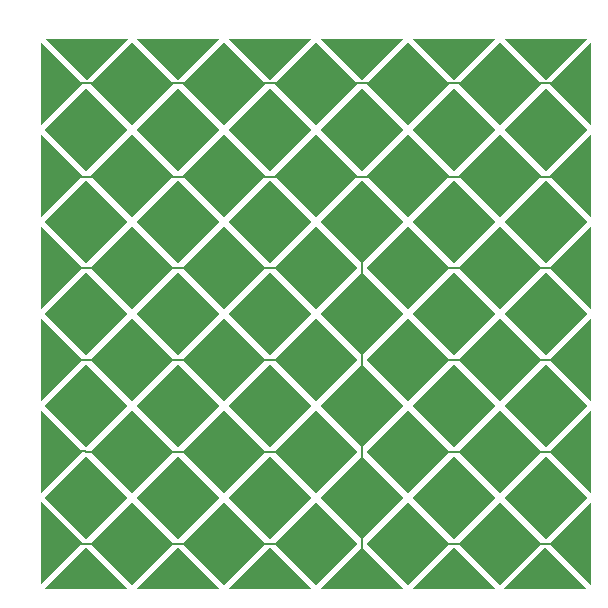
<source format=gbr>
%TF.GenerationSoftware,KiCad,Pcbnew,9.0.0*%
%TF.CreationDate,2025-03-14T15:54:35+08:00*%
%TF.ProjectId,xypad,78797061-642e-46b6-9963-61645f706362,rev?*%
%TF.SameCoordinates,Original*%
%TF.FileFunction,Copper,L1,Top*%
%TF.FilePolarity,Positive*%
%FSLAX46Y46*%
G04 Gerber Fmt 4.6, Leading zero omitted, Abs format (unit mm)*
G04 Created by KiCad (PCBNEW 9.0.0) date 2025-03-14 15:54:35*
%MOMM*%
%LPD*%
G01*
G04 APERTURE LIST*
G04 Aperture macros list*
%AMRotRect*
0 Rectangle, with rotation*
0 The origin of the aperture is its center*
0 $1 length*
0 $2 width*
0 $3 Rotation angle, in degrees counterclockwise*
0 Add horizontal line*
21,1,$1,$2,0,0,$3*%
%AMFreePoly0*
4,1,4,1.500000,-1.646447,-3.500000,-1.646447,1.500000,3.353553,1.500000,-1.646447,1.500000,-1.646447,$1*%
G04 Aperture macros list end*
%TA.AperFunction,SMDPad,CuDef*%
%ADD10FreePoly0,135.000000*%
%TD*%
%TA.AperFunction,SMDPad,CuDef*%
%ADD11RotRect,5.000000X5.000000X315.000000*%
%TD*%
%TA.AperFunction,SMDPad,CuDef*%
%ADD12FreePoly0,315.000000*%
%TD*%
%TA.AperFunction,SMDPad,CuDef*%
%ADD13RotRect,5.000000X5.000000X135.000000*%
%TD*%
%TA.AperFunction,SMDPad,CuDef*%
%ADD14FreePoly0,45.000000*%
%TD*%
%TA.AperFunction,SMDPad,CuDef*%
%ADD15FreePoly0,225.000000*%
%TD*%
%TA.AperFunction,ViaPad*%
%ADD16C,0.600000*%
%TD*%
%TA.AperFunction,Conductor*%
%ADD17C,0.127000*%
%TD*%
G04 APERTURE END LIST*
D10*
%TO.P,U2,1,1*%
%TO.N,/ELE0*%
X157301010Y-83180489D03*
D11*
X157404563Y-45600275D03*
X157404563Y-53378450D03*
X157404563Y-61156625D03*
X157404563Y-68934799D03*
X157404563Y-76712974D03*
D12*
X157508116Y-39132762D03*
D10*
%TO.P,U2,2,2*%
%TO.N,/ELE1*%
X165079184Y-83180489D03*
D11*
X165182738Y-45600275D03*
X165182738Y-61156625D03*
D13*
X165182738Y-76712974D03*
D11*
X165182739Y-53378449D03*
X165182739Y-68934800D03*
D12*
X165286291Y-39132761D03*
D10*
%TO.P,U2,3,3*%
%TO.N,/ELE2*%
X172857359Y-83180489D03*
D11*
X172960912Y-45600275D03*
X172960912Y-53378450D03*
X172960912Y-61156625D03*
D13*
X172960912Y-68934799D03*
X172960912Y-76712974D03*
D12*
X173064465Y-39132762D03*
D10*
%TO.P,U2,4,4*%
%TO.N,/ELE3*%
X180635533Y-83180489D03*
D11*
X180739087Y-45600275D03*
X180739087Y-53378450D03*
D13*
X180739087Y-61156625D03*
X180739087Y-68934799D03*
X180739087Y-76712974D03*
D12*
X180842641Y-39132761D03*
D10*
%TO.P,U2,5,5*%
%TO.N,/LED0{slash}ELE4*%
X188413708Y-83180489D03*
D11*
X188517262Y-45600275D03*
D13*
X188517262Y-53378450D03*
X188517262Y-61156625D03*
X188517262Y-68934799D03*
X188517262Y-76712974D03*
D12*
X188620815Y-39132761D03*
D10*
%TO.P,U2,6,6*%
%TO.N,/LED1{slash}ELE5*%
X196191883Y-83180489D03*
D13*
X196295436Y-45600275D03*
X196295436Y-53378450D03*
X196295436Y-61156625D03*
X196295436Y-68934799D03*
X196295436Y-76712974D03*
D12*
X196398990Y-39132761D03*
D14*
%TO.P,U2,7,7*%
%TO.N,/LED2{slash}ELE6*%
X154826136Y-80498507D03*
D13*
X161293651Y-80602061D03*
X169071825Y-80602061D03*
X176850000Y-80602061D03*
X184628174Y-80602061D03*
X192406349Y-80602061D03*
D15*
X198873864Y-80705615D03*
D14*
%TO.P,U2,8,8*%
%TO.N,/LED3{slash}ELE7*%
X154826136Y-72720333D03*
D11*
X161293651Y-72823887D03*
D13*
X169071825Y-72823887D03*
X176850000Y-72823887D03*
X184628174Y-72823887D03*
X192406349Y-72823887D03*
D15*
X198873864Y-72927440D03*
D14*
%TO.P,U2,9,9*%
%TO.N,/LED4{slash}ELE8*%
X154826136Y-64942158D03*
D11*
X161293651Y-65045712D03*
X169071825Y-65045712D03*
D13*
X176850000Y-65045712D03*
X184628174Y-65045712D03*
X192406349Y-65045712D03*
D15*
X198873864Y-65149266D03*
D14*
%TO.P,U2,10,10*%
%TO.N,/LED5{slash}ELE9*%
X154826136Y-57163984D03*
D11*
X161293651Y-57267537D03*
X169071825Y-57267537D03*
X176849999Y-57267538D03*
D13*
X184628174Y-57267537D03*
X192406349Y-57267537D03*
D15*
X198873864Y-57371091D03*
D14*
%TO.P,U2,11,11*%
%TO.N,/LED6{slash}ELE10*%
X154826136Y-49385809D03*
D11*
X161293651Y-49489363D03*
X169071825Y-49489363D03*
X176850000Y-49489363D03*
X184628174Y-49489363D03*
D13*
X192406349Y-49489363D03*
D15*
X198873864Y-49592916D03*
D14*
%TO.P,U2,12,12*%
%TO.N,/LED7{slash}ELE11*%
X154826136Y-41607635D03*
D11*
X161293650Y-41711189D03*
X169071825Y-41711188D03*
X176849999Y-41711189D03*
X184628174Y-41711188D03*
X192406350Y-41711189D03*
D15*
X198873864Y-41814742D03*
%TD*%
D16*
%TO.N,/LED0{slash}ELE4*%
X188517262Y-79100000D03*
X188517262Y-74400000D03*
%TO.N,/LED2{slash}ELE6*%
X182200000Y-80602061D03*
X179200000Y-80602061D03*
%TO.N,/LED5{slash}ELE9*%
X179600000Y-57400000D03*
X182100000Y-57400000D03*
%TO.N,/LED4{slash}ELE8*%
X182200000Y-65000000D03*
X176898456Y-65094168D03*
X179200000Y-65094168D03*
%TO.N,/LED6{slash}ELE10*%
X192406349Y-49489363D03*
%TO.N,/LED1{slash}ELE5*%
X196295436Y-66600000D03*
X196295436Y-48000000D03*
X196295436Y-56000000D03*
X196295436Y-51000000D03*
X196295436Y-63600000D03*
X196295436Y-58800000D03*
X196398990Y-39132761D03*
X196295436Y-53378450D03*
X196295436Y-76712974D03*
X196398990Y-43400000D03*
X196295436Y-71400000D03*
X196191883Y-83180489D03*
%TO.N,/ELE2*%
X172960912Y-53378450D03*
X172857359Y-83180489D03*
X172960912Y-59000000D03*
X172960912Y-76712974D03*
X172960912Y-68934799D03*
X172960912Y-45600275D03*
X173200000Y-63600000D03*
X173064465Y-39132762D03*
%TO.N,/ELE3*%
X180739087Y-50800000D03*
X180842641Y-39132761D03*
X180739087Y-45600275D03*
%TO.N,/ELE1*%
X165182738Y-66600000D03*
X165200000Y-71200000D03*
X165079184Y-83180489D03*
X165182738Y-45600275D03*
X165286291Y-39132761D03*
X165182738Y-61156625D03*
X165182738Y-76712974D03*
X165182739Y-53378449D03*
%TO.N,/LED7{slash}ELE11*%
X176849999Y-41711189D03*
%TO.N,/ELE0*%
X157508116Y-39132762D03*
X157404563Y-76712974D03*
X157404563Y-53378450D03*
X157404563Y-61156625D03*
X157301010Y-83180489D03*
X157404563Y-68934799D03*
X157404563Y-45600275D03*
%TO.N,/LED3{slash}ELE7*%
X175600000Y-72800000D03*
X178200000Y-72000000D03*
X183400000Y-74000000D03*
%TO.N,/LED0{slash}ELE4*%
X188413708Y-83180489D03*
X188620815Y-39132761D03*
X188600000Y-51200000D03*
X188517262Y-63600000D03*
X188517262Y-58800000D03*
X188517262Y-66600000D03*
X188517262Y-71400000D03*
X188517262Y-45600275D03*
X188517262Y-55600000D03*
%TD*%
D17*
%TO.N,/LED5{slash}ELE9*%
X192406349Y-57267537D02*
X184628174Y-57267537D01*
X198770310Y-57267537D02*
X192406349Y-57267537D01*
X198873864Y-57371091D02*
X198770310Y-57267537D01*
X169071825Y-57267537D02*
X161293651Y-57267537D01*
X161293651Y-57267537D02*
X154929689Y-57267537D01*
X154929689Y-57267537D02*
X154826136Y-57163984D01*
X176849999Y-57267538D02*
X169071825Y-57267537D01*
%TO.N,/LED4{slash}ELE8*%
X184628174Y-65045712D02*
X187400000Y-65045712D01*
X192406349Y-65045712D02*
X198770310Y-65045712D01*
X198770310Y-65045712D02*
X198873864Y-65149266D01*
X187400000Y-65045712D02*
X192406349Y-65045712D01*
X161293651Y-65045712D02*
X154929690Y-65045712D01*
X154929690Y-65045712D02*
X154826136Y-64942158D01*
X169071825Y-65045712D02*
X176850000Y-65045712D01*
X169071825Y-65045712D02*
X161293651Y-65045712D01*
X155018743Y-65134765D02*
X154826136Y-64942158D01*
%TO.N,/LED6{slash}ELE10*%
X155018743Y-49578416D02*
X154826136Y-49385809D01*
X198859364Y-49578416D02*
X155018743Y-49578416D01*
X198873864Y-49592916D02*
X198859364Y-49578416D01*
%TO.N,/ELE3*%
X180739087Y-83076935D02*
X180739087Y-76712974D01*
X180739087Y-68934799D02*
X180739087Y-61156625D01*
X180739087Y-76712974D02*
X180739087Y-68934799D01*
X180635533Y-83180489D02*
X180739087Y-83076935D01*
X180739087Y-61156625D02*
X180739087Y-53378450D01*
%TO.N,/LED2{slash}ELE6*%
X169071825Y-80602061D02*
X176850000Y-80602061D01*
X192406349Y-80602061D02*
X198770310Y-80602061D01*
X154929690Y-80602061D02*
X161293651Y-80602061D01*
X184628174Y-80602061D02*
X192406349Y-80602061D01*
X161293651Y-80602061D02*
X169071825Y-80602061D01*
X154826136Y-80498507D02*
X154929690Y-80602061D01*
X198770310Y-80602061D02*
X198873864Y-80705615D01*
X155013744Y-80686115D02*
X154826136Y-80498507D01*
%TO.N,/LED7{slash}ELE11*%
X154845637Y-41627136D02*
X198686258Y-41627136D01*
X198686258Y-41627136D02*
X198873864Y-41814742D01*
X154826136Y-41607635D02*
X154845637Y-41627136D01*
%TO.N,/LED3{slash}ELE7*%
X175576113Y-72823887D02*
X175600000Y-72800000D01*
X198770311Y-72823887D02*
X192406349Y-72823887D01*
X198873864Y-72927440D02*
X198770311Y-72823887D01*
X157272559Y-72720333D02*
X154826136Y-72720333D01*
X161293651Y-72823887D02*
X157376113Y-72823887D01*
X169071825Y-72823887D02*
X161293651Y-72823887D01*
X154826136Y-72720333D02*
X154929690Y-72823887D01*
X157376113Y-72823887D02*
X157272559Y-72720333D01*
X169071825Y-72823887D02*
X175576113Y-72823887D01*
X192406349Y-72823887D02*
X184628174Y-72823887D01*
%TD*%
M02*

</source>
